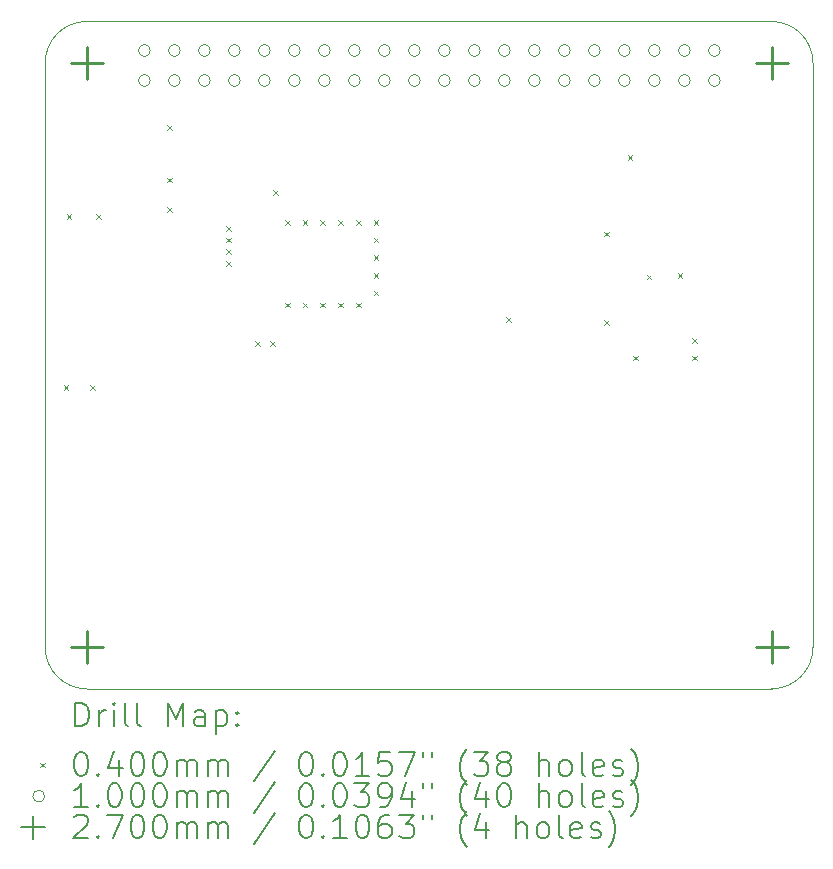
<source format=gbr>
%TF.GenerationSoftware,KiCad,Pcbnew,9.0.1*%
%TF.CreationDate,2025-04-06T12:30:08-07:00*%
%TF.ProjectId,Groundstation_2400_Hat,47726f75-6e64-4737-9461-74696f6e5f32,1.1*%
%TF.SameCoordinates,Original*%
%TF.FileFunction,Drillmap*%
%TF.FilePolarity,Positive*%
%FSLAX45Y45*%
G04 Gerber Fmt 4.5, Leading zero omitted, Abs format (unit mm)*
G04 Created by KiCad (PCBNEW 9.0.1) date 2025-04-06 12:30:08*
%MOMM*%
%LPD*%
G01*
G04 APERTURE LIST*
%ADD10C,0.100000*%
%ADD11C,0.200000*%
%ADD12C,0.270000*%
G04 APERTURE END LIST*
D10*
X16500000Y-15300000D02*
G75*
G02*
X16150000Y-15650000I-350000J0D01*
G01*
X10350000Y-15650000D02*
G75*
G02*
X10000000Y-15300000I0J350000D01*
G01*
X10000000Y-10350000D02*
X10000000Y-15300000D01*
X16500000Y-10350000D02*
X16500000Y-15300000D01*
X16150000Y-10000000D02*
G75*
G02*
X16500000Y-10350000I0J-350000D01*
G01*
X16150000Y-15650000D02*
X10350000Y-15650000D01*
X10350000Y-10000000D02*
X16150000Y-10000000D01*
X10000000Y-10350000D02*
G75*
G02*
X10350000Y-10000000I350000J0D01*
G01*
D11*
D10*
X10155000Y-13080000D02*
X10195000Y-13120000D01*
X10195000Y-13080000D02*
X10155000Y-13120000D01*
X10180000Y-11630000D02*
X10220000Y-11670000D01*
X10220000Y-11630000D02*
X10180000Y-11670000D01*
X10380000Y-13080000D02*
X10420000Y-13120000D01*
X10420000Y-13080000D02*
X10380000Y-13120000D01*
X10430000Y-11630000D02*
X10470000Y-11670000D01*
X10470000Y-11630000D02*
X10430000Y-11670000D01*
X11030000Y-10880000D02*
X11070000Y-10920000D01*
X11070000Y-10880000D02*
X11030000Y-10920000D01*
X11030000Y-11323000D02*
X11070000Y-11363000D01*
X11070000Y-11323000D02*
X11030000Y-11363000D01*
X11030000Y-11573000D02*
X11070000Y-11613000D01*
X11070000Y-11573000D02*
X11030000Y-11613000D01*
X11530000Y-11730000D02*
X11570000Y-11770000D01*
X11570000Y-11730000D02*
X11530000Y-11770000D01*
X11530000Y-11830000D02*
X11570000Y-11870000D01*
X11570000Y-11830000D02*
X11530000Y-11870000D01*
X11530000Y-11930000D02*
X11570000Y-11970000D01*
X11570000Y-11930000D02*
X11530000Y-11970000D01*
X11530000Y-12030000D02*
X11570000Y-12070000D01*
X11570000Y-12030000D02*
X11530000Y-12070000D01*
X11780000Y-12705000D02*
X11820000Y-12745000D01*
X11820000Y-12705000D02*
X11780000Y-12745000D01*
X11905000Y-12705000D02*
X11945000Y-12745000D01*
X11945000Y-12705000D02*
X11905000Y-12745000D01*
X11930000Y-11430000D02*
X11970000Y-11470000D01*
X11970000Y-11430000D02*
X11930000Y-11470000D01*
X12030000Y-11680000D02*
X12070000Y-11720000D01*
X12070000Y-11680000D02*
X12030000Y-11720000D01*
X12030000Y-12380000D02*
X12070000Y-12420000D01*
X12070000Y-12380000D02*
X12030000Y-12420000D01*
X12180000Y-11680000D02*
X12220000Y-11720000D01*
X12220000Y-11680000D02*
X12180000Y-11720000D01*
X12180000Y-12380000D02*
X12220000Y-12420000D01*
X12220000Y-12380000D02*
X12180000Y-12420000D01*
X12330000Y-11680000D02*
X12370000Y-11720000D01*
X12370000Y-11680000D02*
X12330000Y-11720000D01*
X12330000Y-12380000D02*
X12370000Y-12420000D01*
X12370000Y-12380000D02*
X12330000Y-12420000D01*
X12480000Y-11680000D02*
X12520000Y-11720000D01*
X12520000Y-11680000D02*
X12480000Y-11720000D01*
X12480000Y-12380000D02*
X12520000Y-12420000D01*
X12520000Y-12380000D02*
X12480000Y-12420000D01*
X12630000Y-11680000D02*
X12670000Y-11720000D01*
X12670000Y-11680000D02*
X12630000Y-11720000D01*
X12630000Y-12380000D02*
X12670000Y-12420000D01*
X12670000Y-12380000D02*
X12630000Y-12420000D01*
X12780000Y-11680000D02*
X12820000Y-11720000D01*
X12820000Y-11680000D02*
X12780000Y-11720000D01*
X12780000Y-11830000D02*
X12820000Y-11870000D01*
X12820000Y-11830000D02*
X12780000Y-11870000D01*
X12780000Y-11980000D02*
X12820000Y-12020000D01*
X12820000Y-11980000D02*
X12780000Y-12020000D01*
X12780000Y-12130000D02*
X12820000Y-12170000D01*
X12820000Y-12130000D02*
X12780000Y-12170000D01*
X12780000Y-12280000D02*
X12820000Y-12320000D01*
X12820000Y-12280000D02*
X12780000Y-12320000D01*
X13905000Y-12505000D02*
X13945000Y-12545000D01*
X13945000Y-12505000D02*
X13905000Y-12545000D01*
X14730000Y-11780000D02*
X14770000Y-11820000D01*
X14770000Y-11780000D02*
X14730000Y-11820000D01*
X14730000Y-12530000D02*
X14770000Y-12570000D01*
X14770000Y-12530000D02*
X14730000Y-12570000D01*
X14930000Y-11130000D02*
X14970000Y-11170000D01*
X14970000Y-11130000D02*
X14930000Y-11170000D01*
X14980000Y-12830000D02*
X15020000Y-12870000D01*
X15020000Y-12830000D02*
X14980000Y-12870000D01*
X15092500Y-12142500D02*
X15132500Y-12182500D01*
X15132500Y-12142500D02*
X15092500Y-12182500D01*
X15355000Y-12130000D02*
X15395000Y-12170000D01*
X15395000Y-12130000D02*
X15355000Y-12170000D01*
X15480000Y-12680000D02*
X15520000Y-12720000D01*
X15520000Y-12680000D02*
X15480000Y-12720000D01*
X15480000Y-12830000D02*
X15520000Y-12870000D01*
X15520000Y-12830000D02*
X15480000Y-12870000D01*
X10890000Y-10246000D02*
G75*
G02*
X10790000Y-10246000I-50000J0D01*
G01*
X10790000Y-10246000D02*
G75*
G02*
X10890000Y-10246000I50000J0D01*
G01*
X10890000Y-10500000D02*
G75*
G02*
X10790000Y-10500000I-50000J0D01*
G01*
X10790000Y-10500000D02*
G75*
G02*
X10890000Y-10500000I50000J0D01*
G01*
X11144000Y-10246000D02*
G75*
G02*
X11044000Y-10246000I-50000J0D01*
G01*
X11044000Y-10246000D02*
G75*
G02*
X11144000Y-10246000I50000J0D01*
G01*
X11144000Y-10500000D02*
G75*
G02*
X11044000Y-10500000I-50000J0D01*
G01*
X11044000Y-10500000D02*
G75*
G02*
X11144000Y-10500000I50000J0D01*
G01*
X11398000Y-10246000D02*
G75*
G02*
X11298000Y-10246000I-50000J0D01*
G01*
X11298000Y-10246000D02*
G75*
G02*
X11398000Y-10246000I50000J0D01*
G01*
X11398000Y-10500000D02*
G75*
G02*
X11298000Y-10500000I-50000J0D01*
G01*
X11298000Y-10500000D02*
G75*
G02*
X11398000Y-10500000I50000J0D01*
G01*
X11652000Y-10246000D02*
G75*
G02*
X11552000Y-10246000I-50000J0D01*
G01*
X11552000Y-10246000D02*
G75*
G02*
X11652000Y-10246000I50000J0D01*
G01*
X11652000Y-10500000D02*
G75*
G02*
X11552000Y-10500000I-50000J0D01*
G01*
X11552000Y-10500000D02*
G75*
G02*
X11652000Y-10500000I50000J0D01*
G01*
X11906000Y-10246000D02*
G75*
G02*
X11806000Y-10246000I-50000J0D01*
G01*
X11806000Y-10246000D02*
G75*
G02*
X11906000Y-10246000I50000J0D01*
G01*
X11906000Y-10500000D02*
G75*
G02*
X11806000Y-10500000I-50000J0D01*
G01*
X11806000Y-10500000D02*
G75*
G02*
X11906000Y-10500000I50000J0D01*
G01*
X12160000Y-10246000D02*
G75*
G02*
X12060000Y-10246000I-50000J0D01*
G01*
X12060000Y-10246000D02*
G75*
G02*
X12160000Y-10246000I50000J0D01*
G01*
X12160000Y-10500000D02*
G75*
G02*
X12060000Y-10500000I-50000J0D01*
G01*
X12060000Y-10500000D02*
G75*
G02*
X12160000Y-10500000I50000J0D01*
G01*
X12414000Y-10246000D02*
G75*
G02*
X12314000Y-10246000I-50000J0D01*
G01*
X12314000Y-10246000D02*
G75*
G02*
X12414000Y-10246000I50000J0D01*
G01*
X12414000Y-10500000D02*
G75*
G02*
X12314000Y-10500000I-50000J0D01*
G01*
X12314000Y-10500000D02*
G75*
G02*
X12414000Y-10500000I50000J0D01*
G01*
X12668000Y-10246000D02*
G75*
G02*
X12568000Y-10246000I-50000J0D01*
G01*
X12568000Y-10246000D02*
G75*
G02*
X12668000Y-10246000I50000J0D01*
G01*
X12668000Y-10500000D02*
G75*
G02*
X12568000Y-10500000I-50000J0D01*
G01*
X12568000Y-10500000D02*
G75*
G02*
X12668000Y-10500000I50000J0D01*
G01*
X12922000Y-10246000D02*
G75*
G02*
X12822000Y-10246000I-50000J0D01*
G01*
X12822000Y-10246000D02*
G75*
G02*
X12922000Y-10246000I50000J0D01*
G01*
X12922000Y-10500000D02*
G75*
G02*
X12822000Y-10500000I-50000J0D01*
G01*
X12822000Y-10500000D02*
G75*
G02*
X12922000Y-10500000I50000J0D01*
G01*
X13176000Y-10246000D02*
G75*
G02*
X13076000Y-10246000I-50000J0D01*
G01*
X13076000Y-10246000D02*
G75*
G02*
X13176000Y-10246000I50000J0D01*
G01*
X13176000Y-10500000D02*
G75*
G02*
X13076000Y-10500000I-50000J0D01*
G01*
X13076000Y-10500000D02*
G75*
G02*
X13176000Y-10500000I50000J0D01*
G01*
X13430000Y-10246000D02*
G75*
G02*
X13330000Y-10246000I-50000J0D01*
G01*
X13330000Y-10246000D02*
G75*
G02*
X13430000Y-10246000I50000J0D01*
G01*
X13430000Y-10500000D02*
G75*
G02*
X13330000Y-10500000I-50000J0D01*
G01*
X13330000Y-10500000D02*
G75*
G02*
X13430000Y-10500000I50000J0D01*
G01*
X13684000Y-10246000D02*
G75*
G02*
X13584000Y-10246000I-50000J0D01*
G01*
X13584000Y-10246000D02*
G75*
G02*
X13684000Y-10246000I50000J0D01*
G01*
X13684000Y-10500000D02*
G75*
G02*
X13584000Y-10500000I-50000J0D01*
G01*
X13584000Y-10500000D02*
G75*
G02*
X13684000Y-10500000I50000J0D01*
G01*
X13938000Y-10246000D02*
G75*
G02*
X13838000Y-10246000I-50000J0D01*
G01*
X13838000Y-10246000D02*
G75*
G02*
X13938000Y-10246000I50000J0D01*
G01*
X13938000Y-10500000D02*
G75*
G02*
X13838000Y-10500000I-50000J0D01*
G01*
X13838000Y-10500000D02*
G75*
G02*
X13938000Y-10500000I50000J0D01*
G01*
X14192000Y-10246000D02*
G75*
G02*
X14092000Y-10246000I-50000J0D01*
G01*
X14092000Y-10246000D02*
G75*
G02*
X14192000Y-10246000I50000J0D01*
G01*
X14192000Y-10500000D02*
G75*
G02*
X14092000Y-10500000I-50000J0D01*
G01*
X14092000Y-10500000D02*
G75*
G02*
X14192000Y-10500000I50000J0D01*
G01*
X14446000Y-10246000D02*
G75*
G02*
X14346000Y-10246000I-50000J0D01*
G01*
X14346000Y-10246000D02*
G75*
G02*
X14446000Y-10246000I50000J0D01*
G01*
X14446000Y-10500000D02*
G75*
G02*
X14346000Y-10500000I-50000J0D01*
G01*
X14346000Y-10500000D02*
G75*
G02*
X14446000Y-10500000I50000J0D01*
G01*
X14700000Y-10246000D02*
G75*
G02*
X14600000Y-10246000I-50000J0D01*
G01*
X14600000Y-10246000D02*
G75*
G02*
X14700000Y-10246000I50000J0D01*
G01*
X14700000Y-10500000D02*
G75*
G02*
X14600000Y-10500000I-50000J0D01*
G01*
X14600000Y-10500000D02*
G75*
G02*
X14700000Y-10500000I50000J0D01*
G01*
X14954000Y-10246000D02*
G75*
G02*
X14854000Y-10246000I-50000J0D01*
G01*
X14854000Y-10246000D02*
G75*
G02*
X14954000Y-10246000I50000J0D01*
G01*
X14954000Y-10500000D02*
G75*
G02*
X14854000Y-10500000I-50000J0D01*
G01*
X14854000Y-10500000D02*
G75*
G02*
X14954000Y-10500000I50000J0D01*
G01*
X15208000Y-10246000D02*
G75*
G02*
X15108000Y-10246000I-50000J0D01*
G01*
X15108000Y-10246000D02*
G75*
G02*
X15208000Y-10246000I50000J0D01*
G01*
X15208000Y-10500000D02*
G75*
G02*
X15108000Y-10500000I-50000J0D01*
G01*
X15108000Y-10500000D02*
G75*
G02*
X15208000Y-10500000I50000J0D01*
G01*
X15462000Y-10246000D02*
G75*
G02*
X15362000Y-10246000I-50000J0D01*
G01*
X15362000Y-10246000D02*
G75*
G02*
X15462000Y-10246000I50000J0D01*
G01*
X15462000Y-10500000D02*
G75*
G02*
X15362000Y-10500000I-50000J0D01*
G01*
X15362000Y-10500000D02*
G75*
G02*
X15462000Y-10500000I50000J0D01*
G01*
X15716000Y-10246000D02*
G75*
G02*
X15616000Y-10246000I-50000J0D01*
G01*
X15616000Y-10246000D02*
G75*
G02*
X15716000Y-10246000I50000J0D01*
G01*
X15716000Y-10500000D02*
G75*
G02*
X15616000Y-10500000I-50000J0D01*
G01*
X15616000Y-10500000D02*
G75*
G02*
X15716000Y-10500000I50000J0D01*
G01*
D12*
X10350000Y-10215000D02*
X10350000Y-10485000D01*
X10215000Y-10350000D02*
X10485000Y-10350000D01*
X10350000Y-15165000D02*
X10350000Y-15435000D01*
X10215000Y-15300000D02*
X10485000Y-15300000D01*
X16150000Y-10215000D02*
X16150000Y-10485000D01*
X16015000Y-10350000D02*
X16285000Y-10350000D01*
X16150000Y-15165000D02*
X16150000Y-15435000D01*
X16015000Y-15300000D02*
X16285000Y-15300000D01*
D11*
X10255777Y-15966484D02*
X10255777Y-15766484D01*
X10255777Y-15766484D02*
X10303396Y-15766484D01*
X10303396Y-15766484D02*
X10331967Y-15776008D01*
X10331967Y-15776008D02*
X10351015Y-15795055D01*
X10351015Y-15795055D02*
X10360539Y-15814103D01*
X10360539Y-15814103D02*
X10370063Y-15852198D01*
X10370063Y-15852198D02*
X10370063Y-15880769D01*
X10370063Y-15880769D02*
X10360539Y-15918865D01*
X10360539Y-15918865D02*
X10351015Y-15937912D01*
X10351015Y-15937912D02*
X10331967Y-15956960D01*
X10331967Y-15956960D02*
X10303396Y-15966484D01*
X10303396Y-15966484D02*
X10255777Y-15966484D01*
X10455777Y-15966484D02*
X10455777Y-15833150D01*
X10455777Y-15871246D02*
X10465301Y-15852198D01*
X10465301Y-15852198D02*
X10474824Y-15842674D01*
X10474824Y-15842674D02*
X10493872Y-15833150D01*
X10493872Y-15833150D02*
X10512920Y-15833150D01*
X10579586Y-15966484D02*
X10579586Y-15833150D01*
X10579586Y-15766484D02*
X10570063Y-15776008D01*
X10570063Y-15776008D02*
X10579586Y-15785531D01*
X10579586Y-15785531D02*
X10589110Y-15776008D01*
X10589110Y-15776008D02*
X10579586Y-15766484D01*
X10579586Y-15766484D02*
X10579586Y-15785531D01*
X10703396Y-15966484D02*
X10684348Y-15956960D01*
X10684348Y-15956960D02*
X10674824Y-15937912D01*
X10674824Y-15937912D02*
X10674824Y-15766484D01*
X10808158Y-15966484D02*
X10789110Y-15956960D01*
X10789110Y-15956960D02*
X10779586Y-15937912D01*
X10779586Y-15937912D02*
X10779586Y-15766484D01*
X11036729Y-15966484D02*
X11036729Y-15766484D01*
X11036729Y-15766484D02*
X11103396Y-15909341D01*
X11103396Y-15909341D02*
X11170063Y-15766484D01*
X11170063Y-15766484D02*
X11170063Y-15966484D01*
X11351015Y-15966484D02*
X11351015Y-15861722D01*
X11351015Y-15861722D02*
X11341491Y-15842674D01*
X11341491Y-15842674D02*
X11322443Y-15833150D01*
X11322443Y-15833150D02*
X11284348Y-15833150D01*
X11284348Y-15833150D02*
X11265301Y-15842674D01*
X11351015Y-15956960D02*
X11331967Y-15966484D01*
X11331967Y-15966484D02*
X11284348Y-15966484D01*
X11284348Y-15966484D02*
X11265301Y-15956960D01*
X11265301Y-15956960D02*
X11255777Y-15937912D01*
X11255777Y-15937912D02*
X11255777Y-15918865D01*
X11255777Y-15918865D02*
X11265301Y-15899817D01*
X11265301Y-15899817D02*
X11284348Y-15890293D01*
X11284348Y-15890293D02*
X11331967Y-15890293D01*
X11331967Y-15890293D02*
X11351015Y-15880769D01*
X11446253Y-15833150D02*
X11446253Y-16033150D01*
X11446253Y-15842674D02*
X11465301Y-15833150D01*
X11465301Y-15833150D02*
X11503396Y-15833150D01*
X11503396Y-15833150D02*
X11522443Y-15842674D01*
X11522443Y-15842674D02*
X11531967Y-15852198D01*
X11531967Y-15852198D02*
X11541491Y-15871246D01*
X11541491Y-15871246D02*
X11541491Y-15928388D01*
X11541491Y-15928388D02*
X11531967Y-15947436D01*
X11531967Y-15947436D02*
X11522443Y-15956960D01*
X11522443Y-15956960D02*
X11503396Y-15966484D01*
X11503396Y-15966484D02*
X11465301Y-15966484D01*
X11465301Y-15966484D02*
X11446253Y-15956960D01*
X11627205Y-15947436D02*
X11636729Y-15956960D01*
X11636729Y-15956960D02*
X11627205Y-15966484D01*
X11627205Y-15966484D02*
X11617682Y-15956960D01*
X11617682Y-15956960D02*
X11627205Y-15947436D01*
X11627205Y-15947436D02*
X11627205Y-15966484D01*
X11627205Y-15842674D02*
X11636729Y-15852198D01*
X11636729Y-15852198D02*
X11627205Y-15861722D01*
X11627205Y-15861722D02*
X11617682Y-15852198D01*
X11617682Y-15852198D02*
X11627205Y-15842674D01*
X11627205Y-15842674D02*
X11627205Y-15861722D01*
D10*
X9955000Y-16275000D02*
X9995000Y-16315000D01*
X9995000Y-16275000D02*
X9955000Y-16315000D01*
D11*
X10293872Y-16186484D02*
X10312920Y-16186484D01*
X10312920Y-16186484D02*
X10331967Y-16196008D01*
X10331967Y-16196008D02*
X10341491Y-16205531D01*
X10341491Y-16205531D02*
X10351015Y-16224579D01*
X10351015Y-16224579D02*
X10360539Y-16262674D01*
X10360539Y-16262674D02*
X10360539Y-16310293D01*
X10360539Y-16310293D02*
X10351015Y-16348388D01*
X10351015Y-16348388D02*
X10341491Y-16367436D01*
X10341491Y-16367436D02*
X10331967Y-16376960D01*
X10331967Y-16376960D02*
X10312920Y-16386484D01*
X10312920Y-16386484D02*
X10293872Y-16386484D01*
X10293872Y-16386484D02*
X10274824Y-16376960D01*
X10274824Y-16376960D02*
X10265301Y-16367436D01*
X10265301Y-16367436D02*
X10255777Y-16348388D01*
X10255777Y-16348388D02*
X10246253Y-16310293D01*
X10246253Y-16310293D02*
X10246253Y-16262674D01*
X10246253Y-16262674D02*
X10255777Y-16224579D01*
X10255777Y-16224579D02*
X10265301Y-16205531D01*
X10265301Y-16205531D02*
X10274824Y-16196008D01*
X10274824Y-16196008D02*
X10293872Y-16186484D01*
X10446253Y-16367436D02*
X10455777Y-16376960D01*
X10455777Y-16376960D02*
X10446253Y-16386484D01*
X10446253Y-16386484D02*
X10436729Y-16376960D01*
X10436729Y-16376960D02*
X10446253Y-16367436D01*
X10446253Y-16367436D02*
X10446253Y-16386484D01*
X10627205Y-16253150D02*
X10627205Y-16386484D01*
X10579586Y-16176960D02*
X10531967Y-16319817D01*
X10531967Y-16319817D02*
X10655777Y-16319817D01*
X10770063Y-16186484D02*
X10789110Y-16186484D01*
X10789110Y-16186484D02*
X10808158Y-16196008D01*
X10808158Y-16196008D02*
X10817682Y-16205531D01*
X10817682Y-16205531D02*
X10827205Y-16224579D01*
X10827205Y-16224579D02*
X10836729Y-16262674D01*
X10836729Y-16262674D02*
X10836729Y-16310293D01*
X10836729Y-16310293D02*
X10827205Y-16348388D01*
X10827205Y-16348388D02*
X10817682Y-16367436D01*
X10817682Y-16367436D02*
X10808158Y-16376960D01*
X10808158Y-16376960D02*
X10789110Y-16386484D01*
X10789110Y-16386484D02*
X10770063Y-16386484D01*
X10770063Y-16386484D02*
X10751015Y-16376960D01*
X10751015Y-16376960D02*
X10741491Y-16367436D01*
X10741491Y-16367436D02*
X10731967Y-16348388D01*
X10731967Y-16348388D02*
X10722444Y-16310293D01*
X10722444Y-16310293D02*
X10722444Y-16262674D01*
X10722444Y-16262674D02*
X10731967Y-16224579D01*
X10731967Y-16224579D02*
X10741491Y-16205531D01*
X10741491Y-16205531D02*
X10751015Y-16196008D01*
X10751015Y-16196008D02*
X10770063Y-16186484D01*
X10960539Y-16186484D02*
X10979586Y-16186484D01*
X10979586Y-16186484D02*
X10998634Y-16196008D01*
X10998634Y-16196008D02*
X11008158Y-16205531D01*
X11008158Y-16205531D02*
X11017682Y-16224579D01*
X11017682Y-16224579D02*
X11027205Y-16262674D01*
X11027205Y-16262674D02*
X11027205Y-16310293D01*
X11027205Y-16310293D02*
X11017682Y-16348388D01*
X11017682Y-16348388D02*
X11008158Y-16367436D01*
X11008158Y-16367436D02*
X10998634Y-16376960D01*
X10998634Y-16376960D02*
X10979586Y-16386484D01*
X10979586Y-16386484D02*
X10960539Y-16386484D01*
X10960539Y-16386484D02*
X10941491Y-16376960D01*
X10941491Y-16376960D02*
X10931967Y-16367436D01*
X10931967Y-16367436D02*
X10922444Y-16348388D01*
X10922444Y-16348388D02*
X10912920Y-16310293D01*
X10912920Y-16310293D02*
X10912920Y-16262674D01*
X10912920Y-16262674D02*
X10922444Y-16224579D01*
X10922444Y-16224579D02*
X10931967Y-16205531D01*
X10931967Y-16205531D02*
X10941491Y-16196008D01*
X10941491Y-16196008D02*
X10960539Y-16186484D01*
X11112920Y-16386484D02*
X11112920Y-16253150D01*
X11112920Y-16272198D02*
X11122444Y-16262674D01*
X11122444Y-16262674D02*
X11141491Y-16253150D01*
X11141491Y-16253150D02*
X11170063Y-16253150D01*
X11170063Y-16253150D02*
X11189110Y-16262674D01*
X11189110Y-16262674D02*
X11198634Y-16281722D01*
X11198634Y-16281722D02*
X11198634Y-16386484D01*
X11198634Y-16281722D02*
X11208158Y-16262674D01*
X11208158Y-16262674D02*
X11227205Y-16253150D01*
X11227205Y-16253150D02*
X11255777Y-16253150D01*
X11255777Y-16253150D02*
X11274824Y-16262674D01*
X11274824Y-16262674D02*
X11284348Y-16281722D01*
X11284348Y-16281722D02*
X11284348Y-16386484D01*
X11379586Y-16386484D02*
X11379586Y-16253150D01*
X11379586Y-16272198D02*
X11389110Y-16262674D01*
X11389110Y-16262674D02*
X11408158Y-16253150D01*
X11408158Y-16253150D02*
X11436729Y-16253150D01*
X11436729Y-16253150D02*
X11455777Y-16262674D01*
X11455777Y-16262674D02*
X11465301Y-16281722D01*
X11465301Y-16281722D02*
X11465301Y-16386484D01*
X11465301Y-16281722D02*
X11474824Y-16262674D01*
X11474824Y-16262674D02*
X11493872Y-16253150D01*
X11493872Y-16253150D02*
X11522443Y-16253150D01*
X11522443Y-16253150D02*
X11541491Y-16262674D01*
X11541491Y-16262674D02*
X11551015Y-16281722D01*
X11551015Y-16281722D02*
X11551015Y-16386484D01*
X11941491Y-16176960D02*
X11770063Y-16434103D01*
X12198634Y-16186484D02*
X12217682Y-16186484D01*
X12217682Y-16186484D02*
X12236729Y-16196008D01*
X12236729Y-16196008D02*
X12246253Y-16205531D01*
X12246253Y-16205531D02*
X12255777Y-16224579D01*
X12255777Y-16224579D02*
X12265301Y-16262674D01*
X12265301Y-16262674D02*
X12265301Y-16310293D01*
X12265301Y-16310293D02*
X12255777Y-16348388D01*
X12255777Y-16348388D02*
X12246253Y-16367436D01*
X12246253Y-16367436D02*
X12236729Y-16376960D01*
X12236729Y-16376960D02*
X12217682Y-16386484D01*
X12217682Y-16386484D02*
X12198634Y-16386484D01*
X12198634Y-16386484D02*
X12179586Y-16376960D01*
X12179586Y-16376960D02*
X12170063Y-16367436D01*
X12170063Y-16367436D02*
X12160539Y-16348388D01*
X12160539Y-16348388D02*
X12151015Y-16310293D01*
X12151015Y-16310293D02*
X12151015Y-16262674D01*
X12151015Y-16262674D02*
X12160539Y-16224579D01*
X12160539Y-16224579D02*
X12170063Y-16205531D01*
X12170063Y-16205531D02*
X12179586Y-16196008D01*
X12179586Y-16196008D02*
X12198634Y-16186484D01*
X12351015Y-16367436D02*
X12360539Y-16376960D01*
X12360539Y-16376960D02*
X12351015Y-16386484D01*
X12351015Y-16386484D02*
X12341491Y-16376960D01*
X12341491Y-16376960D02*
X12351015Y-16367436D01*
X12351015Y-16367436D02*
X12351015Y-16386484D01*
X12484348Y-16186484D02*
X12503396Y-16186484D01*
X12503396Y-16186484D02*
X12522444Y-16196008D01*
X12522444Y-16196008D02*
X12531967Y-16205531D01*
X12531967Y-16205531D02*
X12541491Y-16224579D01*
X12541491Y-16224579D02*
X12551015Y-16262674D01*
X12551015Y-16262674D02*
X12551015Y-16310293D01*
X12551015Y-16310293D02*
X12541491Y-16348388D01*
X12541491Y-16348388D02*
X12531967Y-16367436D01*
X12531967Y-16367436D02*
X12522444Y-16376960D01*
X12522444Y-16376960D02*
X12503396Y-16386484D01*
X12503396Y-16386484D02*
X12484348Y-16386484D01*
X12484348Y-16386484D02*
X12465301Y-16376960D01*
X12465301Y-16376960D02*
X12455777Y-16367436D01*
X12455777Y-16367436D02*
X12446253Y-16348388D01*
X12446253Y-16348388D02*
X12436729Y-16310293D01*
X12436729Y-16310293D02*
X12436729Y-16262674D01*
X12436729Y-16262674D02*
X12446253Y-16224579D01*
X12446253Y-16224579D02*
X12455777Y-16205531D01*
X12455777Y-16205531D02*
X12465301Y-16196008D01*
X12465301Y-16196008D02*
X12484348Y-16186484D01*
X12741491Y-16386484D02*
X12627206Y-16386484D01*
X12684348Y-16386484D02*
X12684348Y-16186484D01*
X12684348Y-16186484D02*
X12665301Y-16215055D01*
X12665301Y-16215055D02*
X12646253Y-16234103D01*
X12646253Y-16234103D02*
X12627206Y-16243627D01*
X12922444Y-16186484D02*
X12827206Y-16186484D01*
X12827206Y-16186484D02*
X12817682Y-16281722D01*
X12817682Y-16281722D02*
X12827206Y-16272198D01*
X12827206Y-16272198D02*
X12846253Y-16262674D01*
X12846253Y-16262674D02*
X12893872Y-16262674D01*
X12893872Y-16262674D02*
X12912920Y-16272198D01*
X12912920Y-16272198D02*
X12922444Y-16281722D01*
X12922444Y-16281722D02*
X12931967Y-16300769D01*
X12931967Y-16300769D02*
X12931967Y-16348388D01*
X12931967Y-16348388D02*
X12922444Y-16367436D01*
X12922444Y-16367436D02*
X12912920Y-16376960D01*
X12912920Y-16376960D02*
X12893872Y-16386484D01*
X12893872Y-16386484D02*
X12846253Y-16386484D01*
X12846253Y-16386484D02*
X12827206Y-16376960D01*
X12827206Y-16376960D02*
X12817682Y-16367436D01*
X12998634Y-16186484D02*
X13131967Y-16186484D01*
X13131967Y-16186484D02*
X13046253Y-16386484D01*
X13198634Y-16186484D02*
X13198634Y-16224579D01*
X13274825Y-16186484D02*
X13274825Y-16224579D01*
X13570063Y-16462674D02*
X13560539Y-16453150D01*
X13560539Y-16453150D02*
X13541491Y-16424579D01*
X13541491Y-16424579D02*
X13531968Y-16405531D01*
X13531968Y-16405531D02*
X13522444Y-16376960D01*
X13522444Y-16376960D02*
X13512920Y-16329341D01*
X13512920Y-16329341D02*
X13512920Y-16291246D01*
X13512920Y-16291246D02*
X13522444Y-16243627D01*
X13522444Y-16243627D02*
X13531968Y-16215055D01*
X13531968Y-16215055D02*
X13541491Y-16196008D01*
X13541491Y-16196008D02*
X13560539Y-16167436D01*
X13560539Y-16167436D02*
X13570063Y-16157912D01*
X13627206Y-16186484D02*
X13751015Y-16186484D01*
X13751015Y-16186484D02*
X13684348Y-16262674D01*
X13684348Y-16262674D02*
X13712920Y-16262674D01*
X13712920Y-16262674D02*
X13731968Y-16272198D01*
X13731968Y-16272198D02*
X13741491Y-16281722D01*
X13741491Y-16281722D02*
X13751015Y-16300769D01*
X13751015Y-16300769D02*
X13751015Y-16348388D01*
X13751015Y-16348388D02*
X13741491Y-16367436D01*
X13741491Y-16367436D02*
X13731968Y-16376960D01*
X13731968Y-16376960D02*
X13712920Y-16386484D01*
X13712920Y-16386484D02*
X13655777Y-16386484D01*
X13655777Y-16386484D02*
X13636729Y-16376960D01*
X13636729Y-16376960D02*
X13627206Y-16367436D01*
X13865301Y-16272198D02*
X13846253Y-16262674D01*
X13846253Y-16262674D02*
X13836729Y-16253150D01*
X13836729Y-16253150D02*
X13827206Y-16234103D01*
X13827206Y-16234103D02*
X13827206Y-16224579D01*
X13827206Y-16224579D02*
X13836729Y-16205531D01*
X13836729Y-16205531D02*
X13846253Y-16196008D01*
X13846253Y-16196008D02*
X13865301Y-16186484D01*
X13865301Y-16186484D02*
X13903396Y-16186484D01*
X13903396Y-16186484D02*
X13922444Y-16196008D01*
X13922444Y-16196008D02*
X13931968Y-16205531D01*
X13931968Y-16205531D02*
X13941491Y-16224579D01*
X13941491Y-16224579D02*
X13941491Y-16234103D01*
X13941491Y-16234103D02*
X13931968Y-16253150D01*
X13931968Y-16253150D02*
X13922444Y-16262674D01*
X13922444Y-16262674D02*
X13903396Y-16272198D01*
X13903396Y-16272198D02*
X13865301Y-16272198D01*
X13865301Y-16272198D02*
X13846253Y-16281722D01*
X13846253Y-16281722D02*
X13836729Y-16291246D01*
X13836729Y-16291246D02*
X13827206Y-16310293D01*
X13827206Y-16310293D02*
X13827206Y-16348388D01*
X13827206Y-16348388D02*
X13836729Y-16367436D01*
X13836729Y-16367436D02*
X13846253Y-16376960D01*
X13846253Y-16376960D02*
X13865301Y-16386484D01*
X13865301Y-16386484D02*
X13903396Y-16386484D01*
X13903396Y-16386484D02*
X13922444Y-16376960D01*
X13922444Y-16376960D02*
X13931968Y-16367436D01*
X13931968Y-16367436D02*
X13941491Y-16348388D01*
X13941491Y-16348388D02*
X13941491Y-16310293D01*
X13941491Y-16310293D02*
X13931968Y-16291246D01*
X13931968Y-16291246D02*
X13922444Y-16281722D01*
X13922444Y-16281722D02*
X13903396Y-16272198D01*
X14179587Y-16386484D02*
X14179587Y-16186484D01*
X14265301Y-16386484D02*
X14265301Y-16281722D01*
X14265301Y-16281722D02*
X14255777Y-16262674D01*
X14255777Y-16262674D02*
X14236730Y-16253150D01*
X14236730Y-16253150D02*
X14208158Y-16253150D01*
X14208158Y-16253150D02*
X14189110Y-16262674D01*
X14189110Y-16262674D02*
X14179587Y-16272198D01*
X14389110Y-16386484D02*
X14370063Y-16376960D01*
X14370063Y-16376960D02*
X14360539Y-16367436D01*
X14360539Y-16367436D02*
X14351015Y-16348388D01*
X14351015Y-16348388D02*
X14351015Y-16291246D01*
X14351015Y-16291246D02*
X14360539Y-16272198D01*
X14360539Y-16272198D02*
X14370063Y-16262674D01*
X14370063Y-16262674D02*
X14389110Y-16253150D01*
X14389110Y-16253150D02*
X14417682Y-16253150D01*
X14417682Y-16253150D02*
X14436730Y-16262674D01*
X14436730Y-16262674D02*
X14446253Y-16272198D01*
X14446253Y-16272198D02*
X14455777Y-16291246D01*
X14455777Y-16291246D02*
X14455777Y-16348388D01*
X14455777Y-16348388D02*
X14446253Y-16367436D01*
X14446253Y-16367436D02*
X14436730Y-16376960D01*
X14436730Y-16376960D02*
X14417682Y-16386484D01*
X14417682Y-16386484D02*
X14389110Y-16386484D01*
X14570063Y-16386484D02*
X14551015Y-16376960D01*
X14551015Y-16376960D02*
X14541491Y-16357912D01*
X14541491Y-16357912D02*
X14541491Y-16186484D01*
X14722444Y-16376960D02*
X14703396Y-16386484D01*
X14703396Y-16386484D02*
X14665301Y-16386484D01*
X14665301Y-16386484D02*
X14646253Y-16376960D01*
X14646253Y-16376960D02*
X14636730Y-16357912D01*
X14636730Y-16357912D02*
X14636730Y-16281722D01*
X14636730Y-16281722D02*
X14646253Y-16262674D01*
X14646253Y-16262674D02*
X14665301Y-16253150D01*
X14665301Y-16253150D02*
X14703396Y-16253150D01*
X14703396Y-16253150D02*
X14722444Y-16262674D01*
X14722444Y-16262674D02*
X14731968Y-16281722D01*
X14731968Y-16281722D02*
X14731968Y-16300769D01*
X14731968Y-16300769D02*
X14636730Y-16319817D01*
X14808158Y-16376960D02*
X14827206Y-16386484D01*
X14827206Y-16386484D02*
X14865301Y-16386484D01*
X14865301Y-16386484D02*
X14884349Y-16376960D01*
X14884349Y-16376960D02*
X14893872Y-16357912D01*
X14893872Y-16357912D02*
X14893872Y-16348388D01*
X14893872Y-16348388D02*
X14884349Y-16329341D01*
X14884349Y-16329341D02*
X14865301Y-16319817D01*
X14865301Y-16319817D02*
X14836730Y-16319817D01*
X14836730Y-16319817D02*
X14817682Y-16310293D01*
X14817682Y-16310293D02*
X14808158Y-16291246D01*
X14808158Y-16291246D02*
X14808158Y-16281722D01*
X14808158Y-16281722D02*
X14817682Y-16262674D01*
X14817682Y-16262674D02*
X14836730Y-16253150D01*
X14836730Y-16253150D02*
X14865301Y-16253150D01*
X14865301Y-16253150D02*
X14884349Y-16262674D01*
X14960539Y-16462674D02*
X14970063Y-16453150D01*
X14970063Y-16453150D02*
X14989111Y-16424579D01*
X14989111Y-16424579D02*
X14998634Y-16405531D01*
X14998634Y-16405531D02*
X15008158Y-16376960D01*
X15008158Y-16376960D02*
X15017682Y-16329341D01*
X15017682Y-16329341D02*
X15017682Y-16291246D01*
X15017682Y-16291246D02*
X15008158Y-16243627D01*
X15008158Y-16243627D02*
X14998634Y-16215055D01*
X14998634Y-16215055D02*
X14989111Y-16196008D01*
X14989111Y-16196008D02*
X14970063Y-16167436D01*
X14970063Y-16167436D02*
X14960539Y-16157912D01*
D10*
X9995000Y-16559000D02*
G75*
G02*
X9895000Y-16559000I-50000J0D01*
G01*
X9895000Y-16559000D02*
G75*
G02*
X9995000Y-16559000I50000J0D01*
G01*
D11*
X10360539Y-16650484D02*
X10246253Y-16650484D01*
X10303396Y-16650484D02*
X10303396Y-16450484D01*
X10303396Y-16450484D02*
X10284348Y-16479055D01*
X10284348Y-16479055D02*
X10265301Y-16498103D01*
X10265301Y-16498103D02*
X10246253Y-16507627D01*
X10446253Y-16631436D02*
X10455777Y-16640960D01*
X10455777Y-16640960D02*
X10446253Y-16650484D01*
X10446253Y-16650484D02*
X10436729Y-16640960D01*
X10436729Y-16640960D02*
X10446253Y-16631436D01*
X10446253Y-16631436D02*
X10446253Y-16650484D01*
X10579586Y-16450484D02*
X10598634Y-16450484D01*
X10598634Y-16450484D02*
X10617682Y-16460008D01*
X10617682Y-16460008D02*
X10627205Y-16469531D01*
X10627205Y-16469531D02*
X10636729Y-16488579D01*
X10636729Y-16488579D02*
X10646253Y-16526674D01*
X10646253Y-16526674D02*
X10646253Y-16574293D01*
X10646253Y-16574293D02*
X10636729Y-16612388D01*
X10636729Y-16612388D02*
X10627205Y-16631436D01*
X10627205Y-16631436D02*
X10617682Y-16640960D01*
X10617682Y-16640960D02*
X10598634Y-16650484D01*
X10598634Y-16650484D02*
X10579586Y-16650484D01*
X10579586Y-16650484D02*
X10560539Y-16640960D01*
X10560539Y-16640960D02*
X10551015Y-16631436D01*
X10551015Y-16631436D02*
X10541491Y-16612388D01*
X10541491Y-16612388D02*
X10531967Y-16574293D01*
X10531967Y-16574293D02*
X10531967Y-16526674D01*
X10531967Y-16526674D02*
X10541491Y-16488579D01*
X10541491Y-16488579D02*
X10551015Y-16469531D01*
X10551015Y-16469531D02*
X10560539Y-16460008D01*
X10560539Y-16460008D02*
X10579586Y-16450484D01*
X10770063Y-16450484D02*
X10789110Y-16450484D01*
X10789110Y-16450484D02*
X10808158Y-16460008D01*
X10808158Y-16460008D02*
X10817682Y-16469531D01*
X10817682Y-16469531D02*
X10827205Y-16488579D01*
X10827205Y-16488579D02*
X10836729Y-16526674D01*
X10836729Y-16526674D02*
X10836729Y-16574293D01*
X10836729Y-16574293D02*
X10827205Y-16612388D01*
X10827205Y-16612388D02*
X10817682Y-16631436D01*
X10817682Y-16631436D02*
X10808158Y-16640960D01*
X10808158Y-16640960D02*
X10789110Y-16650484D01*
X10789110Y-16650484D02*
X10770063Y-16650484D01*
X10770063Y-16650484D02*
X10751015Y-16640960D01*
X10751015Y-16640960D02*
X10741491Y-16631436D01*
X10741491Y-16631436D02*
X10731967Y-16612388D01*
X10731967Y-16612388D02*
X10722444Y-16574293D01*
X10722444Y-16574293D02*
X10722444Y-16526674D01*
X10722444Y-16526674D02*
X10731967Y-16488579D01*
X10731967Y-16488579D02*
X10741491Y-16469531D01*
X10741491Y-16469531D02*
X10751015Y-16460008D01*
X10751015Y-16460008D02*
X10770063Y-16450484D01*
X10960539Y-16450484D02*
X10979586Y-16450484D01*
X10979586Y-16450484D02*
X10998634Y-16460008D01*
X10998634Y-16460008D02*
X11008158Y-16469531D01*
X11008158Y-16469531D02*
X11017682Y-16488579D01*
X11017682Y-16488579D02*
X11027205Y-16526674D01*
X11027205Y-16526674D02*
X11027205Y-16574293D01*
X11027205Y-16574293D02*
X11017682Y-16612388D01*
X11017682Y-16612388D02*
X11008158Y-16631436D01*
X11008158Y-16631436D02*
X10998634Y-16640960D01*
X10998634Y-16640960D02*
X10979586Y-16650484D01*
X10979586Y-16650484D02*
X10960539Y-16650484D01*
X10960539Y-16650484D02*
X10941491Y-16640960D01*
X10941491Y-16640960D02*
X10931967Y-16631436D01*
X10931967Y-16631436D02*
X10922444Y-16612388D01*
X10922444Y-16612388D02*
X10912920Y-16574293D01*
X10912920Y-16574293D02*
X10912920Y-16526674D01*
X10912920Y-16526674D02*
X10922444Y-16488579D01*
X10922444Y-16488579D02*
X10931967Y-16469531D01*
X10931967Y-16469531D02*
X10941491Y-16460008D01*
X10941491Y-16460008D02*
X10960539Y-16450484D01*
X11112920Y-16650484D02*
X11112920Y-16517150D01*
X11112920Y-16536198D02*
X11122444Y-16526674D01*
X11122444Y-16526674D02*
X11141491Y-16517150D01*
X11141491Y-16517150D02*
X11170063Y-16517150D01*
X11170063Y-16517150D02*
X11189110Y-16526674D01*
X11189110Y-16526674D02*
X11198634Y-16545722D01*
X11198634Y-16545722D02*
X11198634Y-16650484D01*
X11198634Y-16545722D02*
X11208158Y-16526674D01*
X11208158Y-16526674D02*
X11227205Y-16517150D01*
X11227205Y-16517150D02*
X11255777Y-16517150D01*
X11255777Y-16517150D02*
X11274824Y-16526674D01*
X11274824Y-16526674D02*
X11284348Y-16545722D01*
X11284348Y-16545722D02*
X11284348Y-16650484D01*
X11379586Y-16650484D02*
X11379586Y-16517150D01*
X11379586Y-16536198D02*
X11389110Y-16526674D01*
X11389110Y-16526674D02*
X11408158Y-16517150D01*
X11408158Y-16517150D02*
X11436729Y-16517150D01*
X11436729Y-16517150D02*
X11455777Y-16526674D01*
X11455777Y-16526674D02*
X11465301Y-16545722D01*
X11465301Y-16545722D02*
X11465301Y-16650484D01*
X11465301Y-16545722D02*
X11474824Y-16526674D01*
X11474824Y-16526674D02*
X11493872Y-16517150D01*
X11493872Y-16517150D02*
X11522443Y-16517150D01*
X11522443Y-16517150D02*
X11541491Y-16526674D01*
X11541491Y-16526674D02*
X11551015Y-16545722D01*
X11551015Y-16545722D02*
X11551015Y-16650484D01*
X11941491Y-16440960D02*
X11770063Y-16698103D01*
X12198634Y-16450484D02*
X12217682Y-16450484D01*
X12217682Y-16450484D02*
X12236729Y-16460008D01*
X12236729Y-16460008D02*
X12246253Y-16469531D01*
X12246253Y-16469531D02*
X12255777Y-16488579D01*
X12255777Y-16488579D02*
X12265301Y-16526674D01*
X12265301Y-16526674D02*
X12265301Y-16574293D01*
X12265301Y-16574293D02*
X12255777Y-16612388D01*
X12255777Y-16612388D02*
X12246253Y-16631436D01*
X12246253Y-16631436D02*
X12236729Y-16640960D01*
X12236729Y-16640960D02*
X12217682Y-16650484D01*
X12217682Y-16650484D02*
X12198634Y-16650484D01*
X12198634Y-16650484D02*
X12179586Y-16640960D01*
X12179586Y-16640960D02*
X12170063Y-16631436D01*
X12170063Y-16631436D02*
X12160539Y-16612388D01*
X12160539Y-16612388D02*
X12151015Y-16574293D01*
X12151015Y-16574293D02*
X12151015Y-16526674D01*
X12151015Y-16526674D02*
X12160539Y-16488579D01*
X12160539Y-16488579D02*
X12170063Y-16469531D01*
X12170063Y-16469531D02*
X12179586Y-16460008D01*
X12179586Y-16460008D02*
X12198634Y-16450484D01*
X12351015Y-16631436D02*
X12360539Y-16640960D01*
X12360539Y-16640960D02*
X12351015Y-16650484D01*
X12351015Y-16650484D02*
X12341491Y-16640960D01*
X12341491Y-16640960D02*
X12351015Y-16631436D01*
X12351015Y-16631436D02*
X12351015Y-16650484D01*
X12484348Y-16450484D02*
X12503396Y-16450484D01*
X12503396Y-16450484D02*
X12522444Y-16460008D01*
X12522444Y-16460008D02*
X12531967Y-16469531D01*
X12531967Y-16469531D02*
X12541491Y-16488579D01*
X12541491Y-16488579D02*
X12551015Y-16526674D01*
X12551015Y-16526674D02*
X12551015Y-16574293D01*
X12551015Y-16574293D02*
X12541491Y-16612388D01*
X12541491Y-16612388D02*
X12531967Y-16631436D01*
X12531967Y-16631436D02*
X12522444Y-16640960D01*
X12522444Y-16640960D02*
X12503396Y-16650484D01*
X12503396Y-16650484D02*
X12484348Y-16650484D01*
X12484348Y-16650484D02*
X12465301Y-16640960D01*
X12465301Y-16640960D02*
X12455777Y-16631436D01*
X12455777Y-16631436D02*
X12446253Y-16612388D01*
X12446253Y-16612388D02*
X12436729Y-16574293D01*
X12436729Y-16574293D02*
X12436729Y-16526674D01*
X12436729Y-16526674D02*
X12446253Y-16488579D01*
X12446253Y-16488579D02*
X12455777Y-16469531D01*
X12455777Y-16469531D02*
X12465301Y-16460008D01*
X12465301Y-16460008D02*
X12484348Y-16450484D01*
X12617682Y-16450484D02*
X12741491Y-16450484D01*
X12741491Y-16450484D02*
X12674825Y-16526674D01*
X12674825Y-16526674D02*
X12703396Y-16526674D01*
X12703396Y-16526674D02*
X12722444Y-16536198D01*
X12722444Y-16536198D02*
X12731967Y-16545722D01*
X12731967Y-16545722D02*
X12741491Y-16564769D01*
X12741491Y-16564769D02*
X12741491Y-16612388D01*
X12741491Y-16612388D02*
X12731967Y-16631436D01*
X12731967Y-16631436D02*
X12722444Y-16640960D01*
X12722444Y-16640960D02*
X12703396Y-16650484D01*
X12703396Y-16650484D02*
X12646253Y-16650484D01*
X12646253Y-16650484D02*
X12627206Y-16640960D01*
X12627206Y-16640960D02*
X12617682Y-16631436D01*
X12836729Y-16650484D02*
X12874825Y-16650484D01*
X12874825Y-16650484D02*
X12893872Y-16640960D01*
X12893872Y-16640960D02*
X12903396Y-16631436D01*
X12903396Y-16631436D02*
X12922444Y-16602865D01*
X12922444Y-16602865D02*
X12931967Y-16564769D01*
X12931967Y-16564769D02*
X12931967Y-16488579D01*
X12931967Y-16488579D02*
X12922444Y-16469531D01*
X12922444Y-16469531D02*
X12912920Y-16460008D01*
X12912920Y-16460008D02*
X12893872Y-16450484D01*
X12893872Y-16450484D02*
X12855777Y-16450484D01*
X12855777Y-16450484D02*
X12836729Y-16460008D01*
X12836729Y-16460008D02*
X12827206Y-16469531D01*
X12827206Y-16469531D02*
X12817682Y-16488579D01*
X12817682Y-16488579D02*
X12817682Y-16536198D01*
X12817682Y-16536198D02*
X12827206Y-16555246D01*
X12827206Y-16555246D02*
X12836729Y-16564769D01*
X12836729Y-16564769D02*
X12855777Y-16574293D01*
X12855777Y-16574293D02*
X12893872Y-16574293D01*
X12893872Y-16574293D02*
X12912920Y-16564769D01*
X12912920Y-16564769D02*
X12922444Y-16555246D01*
X12922444Y-16555246D02*
X12931967Y-16536198D01*
X13103396Y-16517150D02*
X13103396Y-16650484D01*
X13055777Y-16440960D02*
X13008158Y-16583817D01*
X13008158Y-16583817D02*
X13131967Y-16583817D01*
X13198634Y-16450484D02*
X13198634Y-16488579D01*
X13274825Y-16450484D02*
X13274825Y-16488579D01*
X13570063Y-16726674D02*
X13560539Y-16717150D01*
X13560539Y-16717150D02*
X13541491Y-16688579D01*
X13541491Y-16688579D02*
X13531968Y-16669531D01*
X13531968Y-16669531D02*
X13522444Y-16640960D01*
X13522444Y-16640960D02*
X13512920Y-16593341D01*
X13512920Y-16593341D02*
X13512920Y-16555246D01*
X13512920Y-16555246D02*
X13522444Y-16507627D01*
X13522444Y-16507627D02*
X13531968Y-16479055D01*
X13531968Y-16479055D02*
X13541491Y-16460008D01*
X13541491Y-16460008D02*
X13560539Y-16431436D01*
X13560539Y-16431436D02*
X13570063Y-16421912D01*
X13731968Y-16517150D02*
X13731968Y-16650484D01*
X13684348Y-16440960D02*
X13636729Y-16583817D01*
X13636729Y-16583817D02*
X13760539Y-16583817D01*
X13874825Y-16450484D02*
X13893872Y-16450484D01*
X13893872Y-16450484D02*
X13912920Y-16460008D01*
X13912920Y-16460008D02*
X13922444Y-16469531D01*
X13922444Y-16469531D02*
X13931968Y-16488579D01*
X13931968Y-16488579D02*
X13941491Y-16526674D01*
X13941491Y-16526674D02*
X13941491Y-16574293D01*
X13941491Y-16574293D02*
X13931968Y-16612388D01*
X13931968Y-16612388D02*
X13922444Y-16631436D01*
X13922444Y-16631436D02*
X13912920Y-16640960D01*
X13912920Y-16640960D02*
X13893872Y-16650484D01*
X13893872Y-16650484D02*
X13874825Y-16650484D01*
X13874825Y-16650484D02*
X13855777Y-16640960D01*
X13855777Y-16640960D02*
X13846253Y-16631436D01*
X13846253Y-16631436D02*
X13836729Y-16612388D01*
X13836729Y-16612388D02*
X13827206Y-16574293D01*
X13827206Y-16574293D02*
X13827206Y-16526674D01*
X13827206Y-16526674D02*
X13836729Y-16488579D01*
X13836729Y-16488579D02*
X13846253Y-16469531D01*
X13846253Y-16469531D02*
X13855777Y-16460008D01*
X13855777Y-16460008D02*
X13874825Y-16450484D01*
X14179587Y-16650484D02*
X14179587Y-16450484D01*
X14265301Y-16650484D02*
X14265301Y-16545722D01*
X14265301Y-16545722D02*
X14255777Y-16526674D01*
X14255777Y-16526674D02*
X14236730Y-16517150D01*
X14236730Y-16517150D02*
X14208158Y-16517150D01*
X14208158Y-16517150D02*
X14189110Y-16526674D01*
X14189110Y-16526674D02*
X14179587Y-16536198D01*
X14389110Y-16650484D02*
X14370063Y-16640960D01*
X14370063Y-16640960D02*
X14360539Y-16631436D01*
X14360539Y-16631436D02*
X14351015Y-16612388D01*
X14351015Y-16612388D02*
X14351015Y-16555246D01*
X14351015Y-16555246D02*
X14360539Y-16536198D01*
X14360539Y-16536198D02*
X14370063Y-16526674D01*
X14370063Y-16526674D02*
X14389110Y-16517150D01*
X14389110Y-16517150D02*
X14417682Y-16517150D01*
X14417682Y-16517150D02*
X14436730Y-16526674D01*
X14436730Y-16526674D02*
X14446253Y-16536198D01*
X14446253Y-16536198D02*
X14455777Y-16555246D01*
X14455777Y-16555246D02*
X14455777Y-16612388D01*
X14455777Y-16612388D02*
X14446253Y-16631436D01*
X14446253Y-16631436D02*
X14436730Y-16640960D01*
X14436730Y-16640960D02*
X14417682Y-16650484D01*
X14417682Y-16650484D02*
X14389110Y-16650484D01*
X14570063Y-16650484D02*
X14551015Y-16640960D01*
X14551015Y-16640960D02*
X14541491Y-16621912D01*
X14541491Y-16621912D02*
X14541491Y-16450484D01*
X14722444Y-16640960D02*
X14703396Y-16650484D01*
X14703396Y-16650484D02*
X14665301Y-16650484D01*
X14665301Y-16650484D02*
X14646253Y-16640960D01*
X14646253Y-16640960D02*
X14636730Y-16621912D01*
X14636730Y-16621912D02*
X14636730Y-16545722D01*
X14636730Y-16545722D02*
X14646253Y-16526674D01*
X14646253Y-16526674D02*
X14665301Y-16517150D01*
X14665301Y-16517150D02*
X14703396Y-16517150D01*
X14703396Y-16517150D02*
X14722444Y-16526674D01*
X14722444Y-16526674D02*
X14731968Y-16545722D01*
X14731968Y-16545722D02*
X14731968Y-16564769D01*
X14731968Y-16564769D02*
X14636730Y-16583817D01*
X14808158Y-16640960D02*
X14827206Y-16650484D01*
X14827206Y-16650484D02*
X14865301Y-16650484D01*
X14865301Y-16650484D02*
X14884349Y-16640960D01*
X14884349Y-16640960D02*
X14893872Y-16621912D01*
X14893872Y-16621912D02*
X14893872Y-16612388D01*
X14893872Y-16612388D02*
X14884349Y-16593341D01*
X14884349Y-16593341D02*
X14865301Y-16583817D01*
X14865301Y-16583817D02*
X14836730Y-16583817D01*
X14836730Y-16583817D02*
X14817682Y-16574293D01*
X14817682Y-16574293D02*
X14808158Y-16555246D01*
X14808158Y-16555246D02*
X14808158Y-16545722D01*
X14808158Y-16545722D02*
X14817682Y-16526674D01*
X14817682Y-16526674D02*
X14836730Y-16517150D01*
X14836730Y-16517150D02*
X14865301Y-16517150D01*
X14865301Y-16517150D02*
X14884349Y-16526674D01*
X14960539Y-16726674D02*
X14970063Y-16717150D01*
X14970063Y-16717150D02*
X14989111Y-16688579D01*
X14989111Y-16688579D02*
X14998634Y-16669531D01*
X14998634Y-16669531D02*
X15008158Y-16640960D01*
X15008158Y-16640960D02*
X15017682Y-16593341D01*
X15017682Y-16593341D02*
X15017682Y-16555246D01*
X15017682Y-16555246D02*
X15008158Y-16507627D01*
X15008158Y-16507627D02*
X14998634Y-16479055D01*
X14998634Y-16479055D02*
X14989111Y-16460008D01*
X14989111Y-16460008D02*
X14970063Y-16431436D01*
X14970063Y-16431436D02*
X14960539Y-16421912D01*
X9895000Y-16723000D02*
X9895000Y-16923000D01*
X9795000Y-16823000D02*
X9995000Y-16823000D01*
X10246253Y-16733531D02*
X10255777Y-16724008D01*
X10255777Y-16724008D02*
X10274824Y-16714484D01*
X10274824Y-16714484D02*
X10322444Y-16714484D01*
X10322444Y-16714484D02*
X10341491Y-16724008D01*
X10341491Y-16724008D02*
X10351015Y-16733531D01*
X10351015Y-16733531D02*
X10360539Y-16752579D01*
X10360539Y-16752579D02*
X10360539Y-16771627D01*
X10360539Y-16771627D02*
X10351015Y-16800198D01*
X10351015Y-16800198D02*
X10236729Y-16914484D01*
X10236729Y-16914484D02*
X10360539Y-16914484D01*
X10446253Y-16895436D02*
X10455777Y-16904960D01*
X10455777Y-16904960D02*
X10446253Y-16914484D01*
X10446253Y-16914484D02*
X10436729Y-16904960D01*
X10436729Y-16904960D02*
X10446253Y-16895436D01*
X10446253Y-16895436D02*
X10446253Y-16914484D01*
X10522444Y-16714484D02*
X10655777Y-16714484D01*
X10655777Y-16714484D02*
X10570063Y-16914484D01*
X10770063Y-16714484D02*
X10789110Y-16714484D01*
X10789110Y-16714484D02*
X10808158Y-16724008D01*
X10808158Y-16724008D02*
X10817682Y-16733531D01*
X10817682Y-16733531D02*
X10827205Y-16752579D01*
X10827205Y-16752579D02*
X10836729Y-16790674D01*
X10836729Y-16790674D02*
X10836729Y-16838293D01*
X10836729Y-16838293D02*
X10827205Y-16876389D01*
X10827205Y-16876389D02*
X10817682Y-16895436D01*
X10817682Y-16895436D02*
X10808158Y-16904960D01*
X10808158Y-16904960D02*
X10789110Y-16914484D01*
X10789110Y-16914484D02*
X10770063Y-16914484D01*
X10770063Y-16914484D02*
X10751015Y-16904960D01*
X10751015Y-16904960D02*
X10741491Y-16895436D01*
X10741491Y-16895436D02*
X10731967Y-16876389D01*
X10731967Y-16876389D02*
X10722444Y-16838293D01*
X10722444Y-16838293D02*
X10722444Y-16790674D01*
X10722444Y-16790674D02*
X10731967Y-16752579D01*
X10731967Y-16752579D02*
X10741491Y-16733531D01*
X10741491Y-16733531D02*
X10751015Y-16724008D01*
X10751015Y-16724008D02*
X10770063Y-16714484D01*
X10960539Y-16714484D02*
X10979586Y-16714484D01*
X10979586Y-16714484D02*
X10998634Y-16724008D01*
X10998634Y-16724008D02*
X11008158Y-16733531D01*
X11008158Y-16733531D02*
X11017682Y-16752579D01*
X11017682Y-16752579D02*
X11027205Y-16790674D01*
X11027205Y-16790674D02*
X11027205Y-16838293D01*
X11027205Y-16838293D02*
X11017682Y-16876389D01*
X11017682Y-16876389D02*
X11008158Y-16895436D01*
X11008158Y-16895436D02*
X10998634Y-16904960D01*
X10998634Y-16904960D02*
X10979586Y-16914484D01*
X10979586Y-16914484D02*
X10960539Y-16914484D01*
X10960539Y-16914484D02*
X10941491Y-16904960D01*
X10941491Y-16904960D02*
X10931967Y-16895436D01*
X10931967Y-16895436D02*
X10922444Y-16876389D01*
X10922444Y-16876389D02*
X10912920Y-16838293D01*
X10912920Y-16838293D02*
X10912920Y-16790674D01*
X10912920Y-16790674D02*
X10922444Y-16752579D01*
X10922444Y-16752579D02*
X10931967Y-16733531D01*
X10931967Y-16733531D02*
X10941491Y-16724008D01*
X10941491Y-16724008D02*
X10960539Y-16714484D01*
X11112920Y-16914484D02*
X11112920Y-16781150D01*
X11112920Y-16800198D02*
X11122444Y-16790674D01*
X11122444Y-16790674D02*
X11141491Y-16781150D01*
X11141491Y-16781150D02*
X11170063Y-16781150D01*
X11170063Y-16781150D02*
X11189110Y-16790674D01*
X11189110Y-16790674D02*
X11198634Y-16809722D01*
X11198634Y-16809722D02*
X11198634Y-16914484D01*
X11198634Y-16809722D02*
X11208158Y-16790674D01*
X11208158Y-16790674D02*
X11227205Y-16781150D01*
X11227205Y-16781150D02*
X11255777Y-16781150D01*
X11255777Y-16781150D02*
X11274824Y-16790674D01*
X11274824Y-16790674D02*
X11284348Y-16809722D01*
X11284348Y-16809722D02*
X11284348Y-16914484D01*
X11379586Y-16914484D02*
X11379586Y-16781150D01*
X11379586Y-16800198D02*
X11389110Y-16790674D01*
X11389110Y-16790674D02*
X11408158Y-16781150D01*
X11408158Y-16781150D02*
X11436729Y-16781150D01*
X11436729Y-16781150D02*
X11455777Y-16790674D01*
X11455777Y-16790674D02*
X11465301Y-16809722D01*
X11465301Y-16809722D02*
X11465301Y-16914484D01*
X11465301Y-16809722D02*
X11474824Y-16790674D01*
X11474824Y-16790674D02*
X11493872Y-16781150D01*
X11493872Y-16781150D02*
X11522443Y-16781150D01*
X11522443Y-16781150D02*
X11541491Y-16790674D01*
X11541491Y-16790674D02*
X11551015Y-16809722D01*
X11551015Y-16809722D02*
X11551015Y-16914484D01*
X11941491Y-16704960D02*
X11770063Y-16962103D01*
X12198634Y-16714484D02*
X12217682Y-16714484D01*
X12217682Y-16714484D02*
X12236729Y-16724008D01*
X12236729Y-16724008D02*
X12246253Y-16733531D01*
X12246253Y-16733531D02*
X12255777Y-16752579D01*
X12255777Y-16752579D02*
X12265301Y-16790674D01*
X12265301Y-16790674D02*
X12265301Y-16838293D01*
X12265301Y-16838293D02*
X12255777Y-16876389D01*
X12255777Y-16876389D02*
X12246253Y-16895436D01*
X12246253Y-16895436D02*
X12236729Y-16904960D01*
X12236729Y-16904960D02*
X12217682Y-16914484D01*
X12217682Y-16914484D02*
X12198634Y-16914484D01*
X12198634Y-16914484D02*
X12179586Y-16904960D01*
X12179586Y-16904960D02*
X12170063Y-16895436D01*
X12170063Y-16895436D02*
X12160539Y-16876389D01*
X12160539Y-16876389D02*
X12151015Y-16838293D01*
X12151015Y-16838293D02*
X12151015Y-16790674D01*
X12151015Y-16790674D02*
X12160539Y-16752579D01*
X12160539Y-16752579D02*
X12170063Y-16733531D01*
X12170063Y-16733531D02*
X12179586Y-16724008D01*
X12179586Y-16724008D02*
X12198634Y-16714484D01*
X12351015Y-16895436D02*
X12360539Y-16904960D01*
X12360539Y-16904960D02*
X12351015Y-16914484D01*
X12351015Y-16914484D02*
X12341491Y-16904960D01*
X12341491Y-16904960D02*
X12351015Y-16895436D01*
X12351015Y-16895436D02*
X12351015Y-16914484D01*
X12551015Y-16914484D02*
X12436729Y-16914484D01*
X12493872Y-16914484D02*
X12493872Y-16714484D01*
X12493872Y-16714484D02*
X12474825Y-16743055D01*
X12474825Y-16743055D02*
X12455777Y-16762103D01*
X12455777Y-16762103D02*
X12436729Y-16771627D01*
X12674825Y-16714484D02*
X12693872Y-16714484D01*
X12693872Y-16714484D02*
X12712920Y-16724008D01*
X12712920Y-16724008D02*
X12722444Y-16733531D01*
X12722444Y-16733531D02*
X12731967Y-16752579D01*
X12731967Y-16752579D02*
X12741491Y-16790674D01*
X12741491Y-16790674D02*
X12741491Y-16838293D01*
X12741491Y-16838293D02*
X12731967Y-16876389D01*
X12731967Y-16876389D02*
X12722444Y-16895436D01*
X12722444Y-16895436D02*
X12712920Y-16904960D01*
X12712920Y-16904960D02*
X12693872Y-16914484D01*
X12693872Y-16914484D02*
X12674825Y-16914484D01*
X12674825Y-16914484D02*
X12655777Y-16904960D01*
X12655777Y-16904960D02*
X12646253Y-16895436D01*
X12646253Y-16895436D02*
X12636729Y-16876389D01*
X12636729Y-16876389D02*
X12627206Y-16838293D01*
X12627206Y-16838293D02*
X12627206Y-16790674D01*
X12627206Y-16790674D02*
X12636729Y-16752579D01*
X12636729Y-16752579D02*
X12646253Y-16733531D01*
X12646253Y-16733531D02*
X12655777Y-16724008D01*
X12655777Y-16724008D02*
X12674825Y-16714484D01*
X12912920Y-16714484D02*
X12874825Y-16714484D01*
X12874825Y-16714484D02*
X12855777Y-16724008D01*
X12855777Y-16724008D02*
X12846253Y-16733531D01*
X12846253Y-16733531D02*
X12827206Y-16762103D01*
X12827206Y-16762103D02*
X12817682Y-16800198D01*
X12817682Y-16800198D02*
X12817682Y-16876389D01*
X12817682Y-16876389D02*
X12827206Y-16895436D01*
X12827206Y-16895436D02*
X12836729Y-16904960D01*
X12836729Y-16904960D02*
X12855777Y-16914484D01*
X12855777Y-16914484D02*
X12893872Y-16914484D01*
X12893872Y-16914484D02*
X12912920Y-16904960D01*
X12912920Y-16904960D02*
X12922444Y-16895436D01*
X12922444Y-16895436D02*
X12931967Y-16876389D01*
X12931967Y-16876389D02*
X12931967Y-16828770D01*
X12931967Y-16828770D02*
X12922444Y-16809722D01*
X12922444Y-16809722D02*
X12912920Y-16800198D01*
X12912920Y-16800198D02*
X12893872Y-16790674D01*
X12893872Y-16790674D02*
X12855777Y-16790674D01*
X12855777Y-16790674D02*
X12836729Y-16800198D01*
X12836729Y-16800198D02*
X12827206Y-16809722D01*
X12827206Y-16809722D02*
X12817682Y-16828770D01*
X12998634Y-16714484D02*
X13122444Y-16714484D01*
X13122444Y-16714484D02*
X13055777Y-16790674D01*
X13055777Y-16790674D02*
X13084348Y-16790674D01*
X13084348Y-16790674D02*
X13103396Y-16800198D01*
X13103396Y-16800198D02*
X13112920Y-16809722D01*
X13112920Y-16809722D02*
X13122444Y-16828770D01*
X13122444Y-16828770D02*
X13122444Y-16876389D01*
X13122444Y-16876389D02*
X13112920Y-16895436D01*
X13112920Y-16895436D02*
X13103396Y-16904960D01*
X13103396Y-16904960D02*
X13084348Y-16914484D01*
X13084348Y-16914484D02*
X13027206Y-16914484D01*
X13027206Y-16914484D02*
X13008158Y-16904960D01*
X13008158Y-16904960D02*
X12998634Y-16895436D01*
X13198634Y-16714484D02*
X13198634Y-16752579D01*
X13274825Y-16714484D02*
X13274825Y-16752579D01*
X13570063Y-16990674D02*
X13560539Y-16981150D01*
X13560539Y-16981150D02*
X13541491Y-16952579D01*
X13541491Y-16952579D02*
X13531968Y-16933531D01*
X13531968Y-16933531D02*
X13522444Y-16904960D01*
X13522444Y-16904960D02*
X13512920Y-16857341D01*
X13512920Y-16857341D02*
X13512920Y-16819246D01*
X13512920Y-16819246D02*
X13522444Y-16771627D01*
X13522444Y-16771627D02*
X13531968Y-16743055D01*
X13531968Y-16743055D02*
X13541491Y-16724008D01*
X13541491Y-16724008D02*
X13560539Y-16695436D01*
X13560539Y-16695436D02*
X13570063Y-16685912D01*
X13731968Y-16781150D02*
X13731968Y-16914484D01*
X13684348Y-16704960D02*
X13636729Y-16847817D01*
X13636729Y-16847817D02*
X13760539Y-16847817D01*
X13989110Y-16914484D02*
X13989110Y-16714484D01*
X14074825Y-16914484D02*
X14074825Y-16809722D01*
X14074825Y-16809722D02*
X14065301Y-16790674D01*
X14065301Y-16790674D02*
X14046253Y-16781150D01*
X14046253Y-16781150D02*
X14017682Y-16781150D01*
X14017682Y-16781150D02*
X13998634Y-16790674D01*
X13998634Y-16790674D02*
X13989110Y-16800198D01*
X14198634Y-16914484D02*
X14179587Y-16904960D01*
X14179587Y-16904960D02*
X14170063Y-16895436D01*
X14170063Y-16895436D02*
X14160539Y-16876389D01*
X14160539Y-16876389D02*
X14160539Y-16819246D01*
X14160539Y-16819246D02*
X14170063Y-16800198D01*
X14170063Y-16800198D02*
X14179587Y-16790674D01*
X14179587Y-16790674D02*
X14198634Y-16781150D01*
X14198634Y-16781150D02*
X14227206Y-16781150D01*
X14227206Y-16781150D02*
X14246253Y-16790674D01*
X14246253Y-16790674D02*
X14255777Y-16800198D01*
X14255777Y-16800198D02*
X14265301Y-16819246D01*
X14265301Y-16819246D02*
X14265301Y-16876389D01*
X14265301Y-16876389D02*
X14255777Y-16895436D01*
X14255777Y-16895436D02*
X14246253Y-16904960D01*
X14246253Y-16904960D02*
X14227206Y-16914484D01*
X14227206Y-16914484D02*
X14198634Y-16914484D01*
X14379587Y-16914484D02*
X14360539Y-16904960D01*
X14360539Y-16904960D02*
X14351015Y-16885912D01*
X14351015Y-16885912D02*
X14351015Y-16714484D01*
X14531968Y-16904960D02*
X14512920Y-16914484D01*
X14512920Y-16914484D02*
X14474825Y-16914484D01*
X14474825Y-16914484D02*
X14455777Y-16904960D01*
X14455777Y-16904960D02*
X14446253Y-16885912D01*
X14446253Y-16885912D02*
X14446253Y-16809722D01*
X14446253Y-16809722D02*
X14455777Y-16790674D01*
X14455777Y-16790674D02*
X14474825Y-16781150D01*
X14474825Y-16781150D02*
X14512920Y-16781150D01*
X14512920Y-16781150D02*
X14531968Y-16790674D01*
X14531968Y-16790674D02*
X14541491Y-16809722D01*
X14541491Y-16809722D02*
X14541491Y-16828770D01*
X14541491Y-16828770D02*
X14446253Y-16847817D01*
X14617682Y-16904960D02*
X14636730Y-16914484D01*
X14636730Y-16914484D02*
X14674825Y-16914484D01*
X14674825Y-16914484D02*
X14693872Y-16904960D01*
X14693872Y-16904960D02*
X14703396Y-16885912D01*
X14703396Y-16885912D02*
X14703396Y-16876389D01*
X14703396Y-16876389D02*
X14693872Y-16857341D01*
X14693872Y-16857341D02*
X14674825Y-16847817D01*
X14674825Y-16847817D02*
X14646253Y-16847817D01*
X14646253Y-16847817D02*
X14627206Y-16838293D01*
X14627206Y-16838293D02*
X14617682Y-16819246D01*
X14617682Y-16819246D02*
X14617682Y-16809722D01*
X14617682Y-16809722D02*
X14627206Y-16790674D01*
X14627206Y-16790674D02*
X14646253Y-16781150D01*
X14646253Y-16781150D02*
X14674825Y-16781150D01*
X14674825Y-16781150D02*
X14693872Y-16790674D01*
X14770063Y-16990674D02*
X14779587Y-16981150D01*
X14779587Y-16981150D02*
X14798634Y-16952579D01*
X14798634Y-16952579D02*
X14808158Y-16933531D01*
X14808158Y-16933531D02*
X14817682Y-16904960D01*
X14817682Y-16904960D02*
X14827206Y-16857341D01*
X14827206Y-16857341D02*
X14827206Y-16819246D01*
X14827206Y-16819246D02*
X14817682Y-16771627D01*
X14817682Y-16771627D02*
X14808158Y-16743055D01*
X14808158Y-16743055D02*
X14798634Y-16724008D01*
X14798634Y-16724008D02*
X14779587Y-16695436D01*
X14779587Y-16695436D02*
X14770063Y-16685912D01*
M02*

</source>
